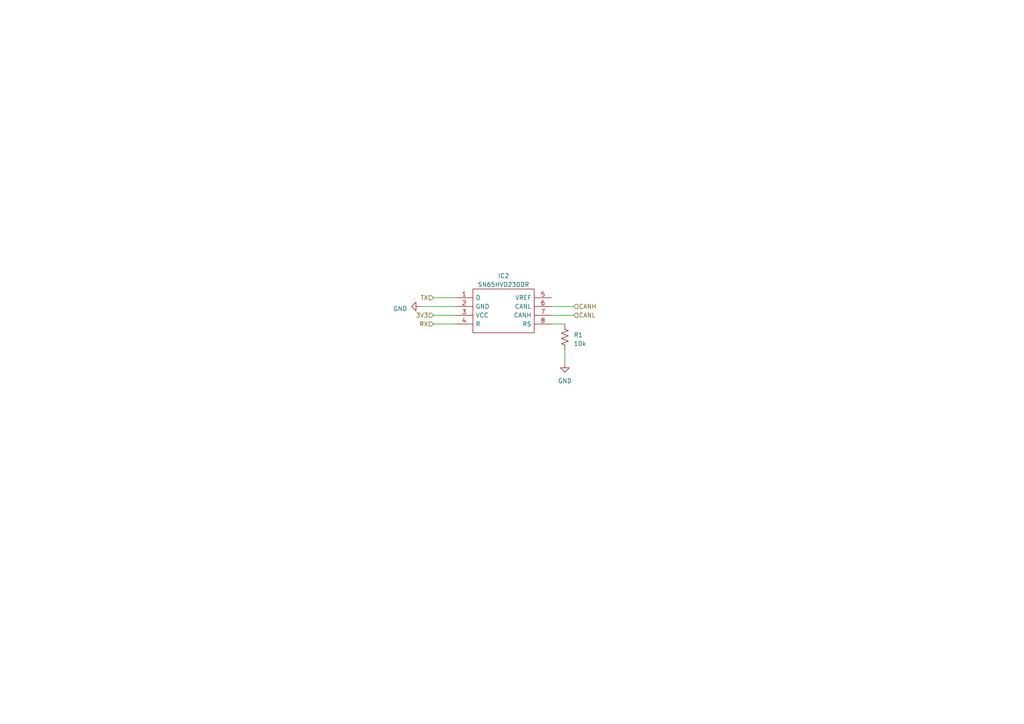
<source format=kicad_sch>
(kicad_sch (version 20230121) (generator eeschema)
  (paper "A4")
  (lib_symbols
    (symbol "Device:R_US" (pin_numbers hide) (pin_names (offset 0))
      (property "Reference" "R" (at 2.54 0 90))
      (property "Value" "R_US" (at -2.54 0 90))
      (symbol "R_US_0_1"
        (polyline (pts (xy 0 -2.286) (xy 0 -2.54)))
        (polyline (pts (xy 0 2.286) (xy 0 2.54)))
        (polyline (pts (xy 0 -0.762) (xy 1.016 -1.143) (xy 0 -1.524) (xy -1.016 -1.905) (xy 0 -2.286)))
        (polyline (pts (xy 0 0.762) (xy 1.016 0.381) (xy 0 0) (xy -1.016 -0.381) (xy 0 -0.762)))
        (polyline (pts (xy 0 2.286) (xy 1.016 1.905) (xy 0 1.524) (xy -1.016 1.143) (xy 0 0.762)))
      )
      (symbol "R_US_1_1"
        (pin passive line (at 0 3.81 270) (length 1.27) (name "~") (number "1"))
        (pin passive line (at 0 -3.81 90) (length 1.27) (name "~") (number "2"))
      )
    )
    (symbol "SamacSys_Parts:SN65HVD230DR" (pin_names (offset 0.762))
      (property "Reference" "IC" (at 24.13 7.62 0))
      (property "Value" "SN65HVD230DR" (at 24.13 5.08 0))
      (symbol "SN65HVD230DR_0_0"
        (pin passive line (at 0 0 0) (length 5.08) (name "D") (number "1"))
        (pin passive line (at 0 -2.54 0) (length 5.08) (name "GND") (number "2"))
        (pin passive line (at 0 -5.08 0) (length 5.08) (name "VCC") (number "3"))
        (pin passive line (at 0 -7.62 0) (length 5.08) (name "R") (number "4"))
        (pin passive line (at 27.94 0 180) (length 5.08) (name "VREF") (number "5"))
        (pin passive line (at 27.94 -2.54 180) (length 5.08) (name "CANL") (number "6"))
        (pin passive line (at 27.94 -5.08 180) (length 5.08) (name "CANH") (number "7"))
        (pin passive line (at 27.94 -7.62 180) (length 5.08) (name "RS") (number "8"))
      )
      (symbol "SN65HVD230DR_0_1"
        (polyline (pts (xy 5.08 2.54) (xy 22.86 2.54) (xy 22.86 -10.16) (xy 5.08 -10.16) (xy 5.08 2.54)) (stroke (width 0.1524)))
      )
    )
    (symbol "power:GND" (power) (pin_names (offset 0))
      (property "Value" "GND" (at 0 -3.81 0))
      (symbol "GND_0_1"
        (polyline (pts (xy 0 0) (xy 0 -1.27) (xy 1.27 -1.27) (xy 0 -2.54) (xy -1.27 -1.27) (xy 0 -1.27)))
      )
      (symbol "GND_1_1"
        (pin power_in line (at 0 0 270) (length 0) hide (name "GND") (number "1"))
      )
    )
  )
  (wire (pts (xy 160.02 88.9) (xy 166.37 88.9)))
  (wire (pts (xy 121.92 88.9) (xy 132.08 88.9)))
  (wire (pts (xy 125.73 91.44) (xy 132.08 91.44)))
  (wire (pts (xy 125.73 86.36) (xy 132.08 86.36)))
  (wire (pts (xy 160.02 93.98) (xy 163.83 93.98)))
  (wire (pts (xy 125.73 93.98) (xy 132.08 93.98)))
  (wire (pts (xy 163.83 101.6) (xy 163.83 105.41)))
  (wire (pts (xy 160.02 91.44) (xy 166.37 91.44)))
  (hierarchical_label "TX" (shape input) (at 125.73 86.36 180))
  (hierarchical_label "RX" (shape input) (at 125.73 93.98 180))
  (hierarchical_label "CANL" (shape input) (at 166.37 91.44 0))
  (hierarchical_label "CANH" (shape input) (at 166.37 88.9 0))
  (hierarchical_label "3V3" (shape input) (at 125.73 91.44 180))
  (symbol (lib_id "Device:R_US") (at 163.83 97.79 0) (unit 1)
    (property "Reference" "R1" (at 166.37 97.155 0) (effects (justify left)))
    (property "Value" "10k" (at 166.37 99.695 0) (effects (justify left)))
    (property "Footprint" "Resistor_SMD:R_0603_1608Metric_Pad0.98x0.95mm_HandSolder" (effects hide))
  )
  (symbol (lib_id "SamacSys_Parts:SN65HVD230DR") (at 132.08 86.36 0) (unit 1)
    (property "Reference" "IC2" (at 146.05 80.01 0))
    (property "Value" "SN65HVD230DR" (at 146.05 82.55 0))
    (property "Footprint" "SamacSys_Parts:SOT127P600X175-8N" (effects hide))
    (property "Datasheet" "http://www.ti.com/lit/gpn/sn65hvd230" (effects hide))
    (property "Description" "3.3 V CAN Transceiver with Standby Mode" (effects hide))
    (property "Height" "1.75" (effects hide))
    (property "Mouser Part Number" "595-SN65HVD230DR" (effects hide))
    (property "Mouser Price/Stock" "https://www.mouser.co.uk/ProductDetail/Texas-Instruments/SN65HVD230DR?qs=QViXGNcIEAtifeQR3pYVUQ%3D%3D" (effects hide))
    (property "Manufacturer_Name" "Texas Instruments" (effects hide))
    (property "Manufacturer_Part_Number" "SN65HVD230DR" (effects hide))
  )
  (symbol (lib_id "power:GND") (at 121.92 88.9 270) (unit 1)
    (property "Reference" "#PWR06" (effects hide))
    (property "Value" "GND" (at 118.11 89.535 90) (effects (justify right)))
  )
  (symbol (lib_id "power:GND") (at 163.83 105.41 0) (unit 1)
    (property "Reference" "#PWR07" (effects hide))
    (property "Value" "GND" (at 163.83 110.49 0))
  )
)
</source>
